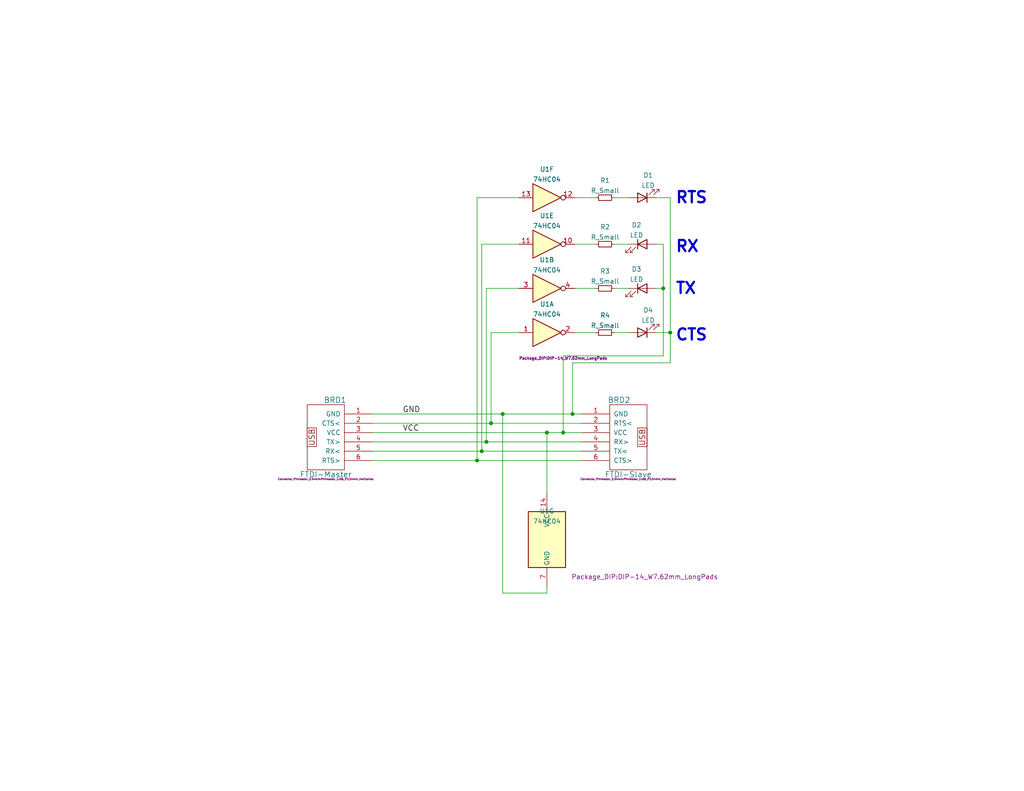
<source format=kicad_sch>
(kicad_sch (version 20211123) (generator eeschema)
  (paper "A")
  (lib_symbols
    (symbol "74xx:74HC04"
      (property "Reference" "U" (at 0 1.27 0))
      (property "Value" "74HC04" (at 0 -1.27 0))
      (symbol "74HC04_1_0"
        (polyline (pts (xy -3.81 3.81) (xy -3.81 -3.81) (xy 3.81 0) (xy -3.81 3.81)) (stroke (width 0.254)) (fill (type background)))
        (pin input line (at -7.62 0 0) (length 3.81) (name "~") (number "1"))
        (pin output inverted (at 7.62 0 180) (length 3.81) (name "~") (number "2"))
      )
      (symbol "74HC04_2_0"
        (polyline (pts (xy -3.81 3.81) (xy -3.81 -3.81) (xy 3.81 0) (xy -3.81 3.81)) (stroke (width 0.254)) (fill (type background)))
        (pin input line (at -7.62 0 0) (length 3.81) (name "~") (number "3"))
        (pin output inverted (at 7.62 0 180) (length 3.81) (name "~") (number "4"))
      )
      (symbol "74HC04_3_0"
        (polyline (pts (xy -3.81 3.81) (xy -3.81 -3.81) (xy 3.81 0) (xy -3.81 3.81)) (stroke (width 0.254)) (fill (type background)))
        (pin input line (at -7.62 0 0) (length 3.81) (name "~") (number "5"))
        (pin output inverted (at 7.62 0 180) (length 3.81) (name "~") (number "6"))
      )
      (symbol "74HC04_4_0"
        (polyline (pts (xy -3.81 3.81) (xy -3.81 -3.81) (xy 3.81 0) (xy -3.81 3.81)) (stroke (width 0.254)) (fill (type background)))
        (pin output inverted (at 7.62 0 180) (length 3.81) (name "~") (number "8"))
        (pin input line (at -7.62 0 0) (length 3.81) (name "~") (number "9"))
      )
      (symbol "74HC04_5_0"
        (polyline (pts (xy -3.81 3.81) (xy -3.81 -3.81) (xy 3.81 0) (xy -3.81 3.81)) (stroke (width 0.254)) (fill (type background)))
        (pin output inverted (at 7.62 0 180) (length 3.81) (name "~") (number "10"))
        (pin input line (at -7.62 0 0) (length 3.81) (name "~") (number "11"))
      )
      (symbol "74HC04_6_0"
        (polyline (pts (xy -3.81 3.81) (xy -3.81 -3.81) (xy 3.81 0) (xy -3.81 3.81)) (stroke (width 0.254)) (fill (type background)))
        (pin output inverted (at 7.62 0 180) (length 3.81) (name "~") (number "12"))
        (pin input line (at -7.62 0 0) (length 3.81) (name "~") (number "13"))
      )
      (symbol "74HC04_7_0"
        (pin power_in line (at 0 12.7 270) (length 5.08) (name "VCC") (number "14"))
        (pin power_in line (at 0 -12.7 90) (length 5.08) (name "GND") (number "7"))
      )
      (symbol "74HC04_7_1"
        (rectangle (start -5.08 7.62) (end 5.08 -7.62) (stroke (width 0.254)) (fill (type background)))
      )
    )
    (symbol "Device:LED" (pin_numbers hide) (pin_names (offset 1.016) hide)
      (property "Reference" "D" (at 0 2.54 0))
      (property "Value" "LED" (at 0 -2.54 0))
      (symbol "LED_0_1"
        (polyline (pts (xy -1.27 -1.27) (xy -1.27 1.27)) (stroke (width 0.254)))
        (polyline (pts (xy -1.27 0) (xy 1.27 0)))
        (polyline (pts (xy 1.27 -1.27) (xy 1.27 1.27) (xy -1.27 0) (xy 1.27 -1.27)) (stroke (width 0.254)))
        (polyline (pts (xy -3.048 -0.762) (xy -4.572 -2.286) (xy -3.81 -2.286) (xy -4.572 -2.286) (xy -4.572 -1.524)))
        (polyline (pts (xy -1.778 -0.762) (xy -3.302 -2.286) (xy -2.54 -2.286) (xy -3.302 -2.286) (xy -3.302 -1.524)))
      )
      (symbol "LED_1_1"
        (pin passive line (at -3.81 0 0) (length 2.54) (name "K") (number "1"))
        (pin passive line (at 3.81 0 180) (length 2.54) (name "A") (number "2"))
      )
    )
    (symbol "Device:R_Small" (pin_numbers hide) (pin_names (offset 0.254) hide)
      (property "Reference" "R" (at 0.762 0.508 0))
      (property "Value" "R_Small" (at 0.762 -1.016 0))
      (symbol "R_Small_0_1"
        (rectangle (start -0.762 1.778) (end 0.762 -1.778) (stroke (width 0.2032)))
      )
      (symbol "R_Small_1_1"
        (pin passive line (at 0 2.54 270) (length 0.762) (name "~") (number "1"))
        (pin passive line (at 0 -2.54 90) (length 0.762) (name "~") (number "2"))
      )
    )
    (symbol "FTDI_Monitor-rescue:FTDI-Master" (pin_names (offset 1.016))
      (property "Reference" "BRD" (at 2.54 19.05 0))
      (property "Value" "FTDI-Master" (at 0 -1.27 0))
      (symbol "FTDI-Master_0_0"
        (rectangle (start -5.08 0) (end 5.08 17.78))
        (rectangle (start -5.08 11.43) (end -2.54 6.35))
        (text "USB" (at -3.81 8.89 900) (effects (font (size 1.524 1.524))))
      )
      (symbol "FTDI-Master_1_1"
        (pin power_out line (at 12.7 15.24 180) (length 7.62) (name "GND") (number "1"))
        (pin input line (at 12.7 12.7 180) (length 7.62) (name "CTS<") (number "2"))
        (pin power_out line (at 12.7 10.16 180) (length 7.62) (name "VCC") (number "3"))
        (pin output line (at 12.7 7.62 180) (length 7.62) (name "TX>") (number "4"))
        (pin input line (at 12.7 5.08 180) (length 7.62) (name "RX<") (number "5"))
        (pin output line (at 12.7 2.54 180) (length 7.62) (name "RTS>") (number "6"))
      )
    )
    (symbol "FTDI_Monitor-rescue:FTDI-Slave" (pin_names (offset 1.016))
      (property "Reference" "BRD" (at 2.54 19.05 0))
      (property "Value" "FTDI-Slave" (at 0 -1.27 0))
      (symbol "FTDI-Slave_0_0"
        (rectangle (start -5.08 0) (end 5.08 17.78))
        (rectangle (start -5.08 11.43) (end -2.54 6.35))
        (text "USB" (at -3.81 8.89 900) (effects (font (size 1.524 1.524))))
      )
      (symbol "FTDI-Slave_1_1"
        (pin power_out line (at 12.7 15.24 180) (length 7.62) (name "GND") (number "1"))
        (pin input line (at 12.7 12.7 180) (length 7.62) (name "RTS<") (number "2"))
        (pin power_out line (at 12.7 10.16 180) (length 7.62) (name "VCC") (number "3"))
        (pin output line (at 12.7 7.62 180) (length 7.62) (name "RX>") (number "4"))
        (pin input line (at 12.7 5.08 180) (length 7.62) (name "TX<") (number "5"))
        (pin output line (at 12.7 2.54 180) (length 7.62) (name "CTS>") (number "6"))
      )
    )
  )
  (junction (at 153.67 118.11))
  (junction (at 132.715 120.65))
  (junction (at 180.975 78.74))
  (junction (at 149.225 118.11))
  (junction (at 133.985 115.57))
  (junction (at 131.445 123.19))
  (junction (at 156.21 113.03))
  (junction (at 130.175 125.73))
  (junction (at 182.88 90.805))
  (junction (at 137.16 113.03))
  (wire (pts (xy 162.56 78.74) (xy 156.845 78.74)))
  (wire (pts (xy 131.445 123.19) (xy 158.75 123.19)))
  (wire (pts (xy 179.07 66.675) (xy 180.975 66.675)))
  (wire (pts (xy 153.67 118.11) (xy 158.75 118.11)))
  (wire (pts (xy 132.715 78.74) (xy 132.715 120.65)))
  (wire (pts (xy 141.605 78.74) (xy 132.715 78.74)))
  (wire (pts (xy 137.16 113.03) (xy 137.16 161.925)))
  (wire (pts (xy 182.88 90.805) (xy 182.88 53.975)))
  (wire (pts (xy 130.175 125.73) (xy 101.6 125.73)))
  (wire (pts (xy 162.56 90.805) (xy 156.845 90.805)))
  (wire (pts (xy 101.6 115.57) (xy 133.985 115.57)))
  (wire (pts (xy 153.67 97.155) (xy 180.975 97.155)))
  (wire (pts (xy 101.6 113.03) (xy 137.16 113.03)))
  (wire (pts (xy 180.975 66.675) (xy 180.975 78.74)))
  (wire (pts (xy 162.56 53.975) (xy 156.845 53.975)))
  (wire (pts (xy 179.07 90.805) (xy 182.88 90.805)))
  (wire (pts (xy 149.225 118.11) (xy 149.225 134.62)))
  (wire (pts (xy 101.6 118.11) (xy 149.225 118.11)))
  (wire (pts (xy 133.985 90.805) (xy 133.985 115.57)))
  (wire (pts (xy 180.975 78.74) (xy 179.07 78.74)))
  (wire (pts (xy 133.985 115.57) (xy 158.75 115.57)))
  (wire (pts (xy 171.45 78.74) (xy 167.64 78.74)))
  (wire (pts (xy 156.21 113.03) (xy 158.75 113.03)))
  (wire (pts (xy 132.715 120.65) (xy 101.6 120.65)))
  (wire (pts (xy 171.45 66.675) (xy 167.64 66.675)))
  (wire (pts (xy 162.56 66.675) (xy 156.845 66.675)))
  (wire (pts (xy 137.16 113.03) (xy 156.21 113.03)))
  (wire (pts (xy 158.75 120.65) (xy 132.715 120.65)))
  (wire (pts (xy 171.45 90.805) (xy 167.64 90.805)))
  (wire (pts (xy 101.6 123.19) (xy 131.445 123.19)))
  (wire (pts (xy 149.225 160.02) (xy 149.225 161.925)))
  (wire (pts (xy 182.88 90.805) (xy 182.88 99.06)))
  (wire (pts (xy 171.45 53.975) (xy 167.64 53.975)))
  (wire (pts (xy 141.605 53.975) (xy 130.175 53.975)))
  (wire (pts (xy 158.75 125.73) (xy 130.175 125.73)))
  (wire (pts (xy 149.225 161.925) (xy 137.16 161.925)))
  (wire (pts (xy 182.88 99.06) (xy 156.21 99.06)))
  (wire (pts (xy 141.605 66.675) (xy 131.445 66.675)))
  (wire (pts (xy 153.67 118.11) (xy 153.67 97.155)))
  (wire (pts (xy 156.21 99.06) (xy 156.21 113.03)))
  (wire (pts (xy 182.88 53.975) (xy 179.07 53.975)))
  (wire (pts (xy 180.975 97.155) (xy 180.975 78.74)))
  (wire (pts (xy 131.445 66.675) (xy 131.445 123.19)))
  (wire (pts (xy 149.225 118.11) (xy 153.67 118.11)))
  (wire (pts (xy 130.175 53.975) (xy 130.175 125.73)))
  (wire (pts (xy 141.605 90.805) (xy 133.985 90.805)))
  (text "CTS" (at 184.15 93.345 0) (effects (font (size 3.048 3.048) (thickness 0.6096) bold) (justify left bottom)))
  (text "RTS" (at 184.15 55.88 0) (effects (font (size 3.048 3.048) (thickness 0.6096) bold) (justify left bottom)))
  (text "TX" (at 184.15 80.645 0) (effects (font (size 3.048 3.048) (thickness 0.6096) bold) (justify left bottom)))
  (text "RX" (at 184.15 69.215 0) (effects (font (size 3.048 3.048) (thickness 0.6096) bold) (justify left bottom)))
  (label "GND" (at 109.855 113.03 0) (effects (font (size 1.524 1.524))))
  (label "VCC" (at 109.855 118.11 0) (effects (font (size 1.524 1.524))))
  (symbol (lib_id "FTDI_Monitor-rescue:FTDI-Slave") (at 171.45 128.27 0) (mirror y) (unit 1)
    (property "Reference" "BRD2" (at 168.91 109.22 0) (effects (font (size 1.524 1.524))))
    (property "Value" "FTDI-Slave" (at 171.45 129.54 0) (effects (font (size 1.524 1.524))))
    (property "Footprint" "Connector_PinHeader_2.54mm:PinHeader_1x06_P2.54mm_Horizontal" (at 171.45 130.81 0) (effects (font (size 0.508 0.508))))
  )
  (symbol (lib_id "FTDI_Monitor-rescue:FTDI-Master") (at 88.9 128.27 0) (unit 1)
    (property "Reference" "BRD1" (at 91.44 109.22 0) (effects (font (size 1.524 1.524))))
    (property "Value" "FTDI-Master" (at 88.9 129.54 0) (effects (font (size 1.524 1.524))))
    (property "Footprint" "Connector_PinHeader_2.54mm:PinHeader_1x06_P2.54mm_Horizontal" (at 88.9 130.81 0) (effects (font (size 0.508 0.508))))
  )
  (symbol (lib_id "Device:LED") (at 175.26 53.975 180) (unit 1)
    (property "Reference" "D1" (at 176.8475 47.8495 0))
    (property "Value" "LED" (at 176.8475 50.6246 0))
    (property "Footprint" "LED_THT:LED_D5.0mm" (effects hide))
  )
  (symbol (lib_id "Device:R_Small") (at 165.1 78.74 90) (unit 1)
    (property "Reference" "R3" (at 165.1 74.0369 90))
    (property "Value" "R_Small" (at 165.1 76.812 90))
    (property "Footprint" "Resistor_THT:R_Axial_DIN0204_L3.6mm_D1.6mm_P7.62mm_Horizontal" (effects hide))
  )
  (symbol (lib_id "Device:R_Small") (at 165.1 90.805 90) (unit 1)
    (property "Reference" "R4" (at 165.1 86.1019 90))
    (property "Value" "R_Small" (at 165.1 88.877 90))
    (property "Footprint" "Resistor_THT:R_Axial_DIN0204_L3.6mm_D1.6mm_P7.62mm_Horizontal" (effects hide))
  )
  (symbol (lib_id "74xx:74HC04") (at 149.225 90.805 0) (unit 1)
    (property "Reference" "U1" (at 149.225 83.0285 0))
    (property "Value" "74HC04" (at 149.225 85.8036 0))
    (property "Footprint" "Package_DIP:DIP-14_W7.62mm_LongPads" (at 153.67 97.79 0) (effects (font (size 0.762 0.762))))
    (property "Datasheet" "https://assets.nexperia.com/documents/data-sheet/74HC_HCT04.pdf" (effects hide))
  )
  (symbol (lib_id "74xx:74HC04") (at 149.225 78.74 0) (unit 2)
    (property "Reference" "U1" (at 149.225 70.9635 0))
    (property "Value" "74HC04" (at 149.225 73.7386 0))
    (property "Datasheet" "https://assets.nexperia.com/documents/data-sheet/74HC_HCT04.pdf" (effects hide))
  )
  (symbol (lib_id "Device:R_Small") (at 165.1 66.675 90) (unit 1)
    (property "Reference" "R2" (at 165.1 61.9719 90))
    (property "Value" "R_Small" (at 165.1 64.747 90))
    (property "Footprint" "Resistor_THT:R_Axial_DIN0204_L3.6mm_D1.6mm_P7.62mm_Horizontal" (effects hide))
  )
  (symbol (lib_id "Device:R_Small") (at 165.1 53.975 90) (unit 1)
    (property "Reference" "R1" (at 165.1 49.2719 90))
    (property "Value" "R_Small" (at 165.1 52.047 90))
    (property "Footprint" "Resistor_THT:R_Axial_DIN0204_L3.6mm_D1.6mm_P7.62mm_Horizontal" (effects hide))
  )
  (symbol (lib_id "74xx:74HC04") (at 149.225 147.32 0) (unit 7)
    (property "Reference" "U1" (at 149.225 139.5435 0))
    (property "Value" "74HC04" (at 149.225 142.3186 0))
    (property "Footprint" "Package_DIP:DIP-14_W7.62mm_LongPads" (at 175.895 157.48 0))
    (property "Datasheet" "https://assets.nexperia.com/documents/data-sheet/74HC_HCT04.pdf" (effects hide))
  )
  (symbol (lib_id "Device:LED") (at 175.26 66.675 0) (unit 1)
    (property "Reference" "D2" (at 173.6725 61.4385 0))
    (property "Value" "LED" (at 173.6725 64.2136 0))
    (property "Footprint" "LED_THT:LED_D5.0mm" (effects hide))
  )
  (symbol (lib_id "74xx:74HC04") (at 149.225 53.975 0) (unit 6)
    (property "Reference" "U1" (at 149.225 46.1985 0))
    (property "Value" "74HC04" (at 149.225 48.9736 0))
    (property "Datasheet" "https://assets.nexperia.com/documents/data-sheet/74HC_HCT04.pdf" (effects hide))
  )
  (symbol (lib_id "Device:LED") (at 175.26 90.805 180) (unit 1)
    (property "Reference" "D4" (at 176.8475 84.6795 0))
    (property "Value" "LED" (at 176.8475 87.4546 0))
    (property "Footprint" "LED_THT:LED_D5.0mm" (effects hide))
  )
  (symbol (lib_id "74xx:74HC04") (at 149.225 66.675 0) (unit 5)
    (property "Reference" "U1" (at 149.225 58.8985 0))
    (property "Value" "74HC04" (at 149.225 61.6736 0))
    (property "Datasheet" "https://assets.nexperia.com/documents/data-sheet/74HC_HCT04.pdf" (effects hide))
  )
  (symbol (lib_id "Device:LED") (at 175.26 78.74 0) (unit 1)
    (property "Reference" "D3" (at 173.6725 73.5035 0))
    (property "Value" "LED" (at 173.6725 76.2786 0))
    (property "Footprint" "LED_THT:LED_D5.0mm" (effects hide))
  )
)
</source>
